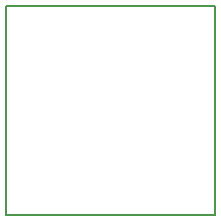
<source format=gbr>
G04 DipTrace 3.0.0.2*
G04 BoardOutline.gbr*
%MOIN*%
G04 #@! TF.FileFunction,Profile*
G04 #@! TF.Part,Single*
%ADD11C,0.005512*%
%FSLAX26Y26*%
G04*
G70*
G90*
G75*
G01*
G04 BoardOutline*
%LPD*%
X394394Y1090866D2*
D11*
X1091192Y1090874D1*
Y394024D1*
X394016Y394016D1*
X394394Y1090866D1*
M02*

</source>
